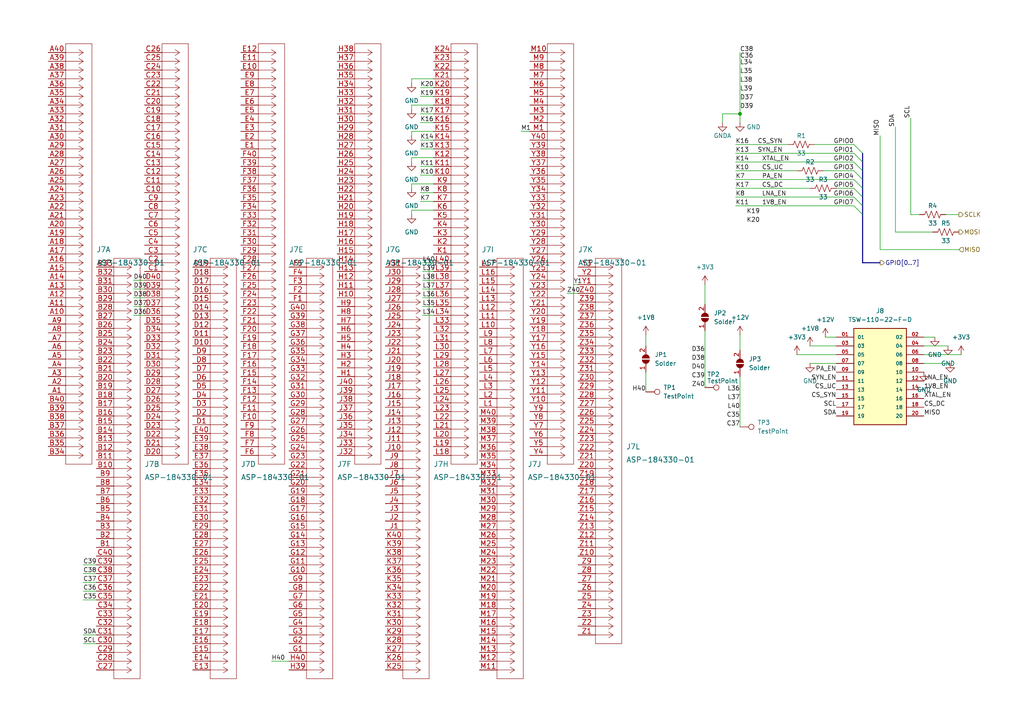
<source format=kicad_sch>
(kicad_sch (version 20211123) (generator eeschema)
  (paper "A4")
  (lib_symbols
    (symbol "2022-11-25_01-49-35:ASP-184330-01" (pin_names (offset 0.254) hide)
      (property "Reference" "J" (at 8.89 6.35 0))
      (property "Value" "ASP-184330-01" (at 10.16 -58.42 0))
      (symbol "ASP-184330-01_1_1"
        (pin unspecified line (at 0 -99.06 0) (length 5.08) (name "A1") (number "A1"))
        (pin unspecified line (at 0 -76.2 0) (length 5.08) (name "A10") (number "A10"))
        (pin unspecified line (at 0 -73.66 0) (length 5.08) (name "A11") (number "A11"))
        (pin unspecified line (at 0 -71.12 0) (length 5.08) (name "A12") (number "A12"))
        (pin unspecified line (at 0 -68.58 0) (length 5.08) (name "A13") (number "A13"))
        (pin unspecified line (at 0 -66.04 0) (length 5.08) (name "A14") (number "A14"))
        (pin unspecified line (at 0 -63.5 0) (length 5.08) (name "A15") (number "A15"))
        (pin unspecified line (at 0 -60.96 0) (length 5.08) (name "A16") (number "A16"))
        (pin unspecified line (at 0 -58.42 0) (length 5.08) (name "A17") (number "A17"))
        (pin unspecified line (at 0 -55.88 0) (length 5.08) (name "A18") (number "A18"))
        (pin unspecified line (at 0 -53.34 0) (length 5.08) (name "A19") (number "A19"))
        (pin unspecified line (at 0 -96.52 0) (length 5.08) (name "A2") (number "A2"))
        (pin unspecified line (at 0 -50.8 0) (length 5.08) (name "A20") (number "A20"))
        (pin unspecified line (at 0 -48.26 0) (length 5.08) (name "A21") (number "A21"))
        (pin unspecified line (at 0 -45.72 0) (length 5.08) (name "A22") (number "A22"))
        (pin unspecified line (at 0 -43.18 0) (length 5.08) (name "A23") (number "A23"))
        (pin unspecified line (at 0 -40.64 0) (length 5.08) (name "A24") (number "A24"))
        (pin unspecified line (at 0 -38.1 0) (length 5.08) (name "A25") (number "A25"))
        (pin unspecified line (at 0 -35.56 0) (length 5.08) (name "A26") (number "A26"))
        (pin unspecified line (at 0 -33.02 0) (length 5.08) (name "A27") (number "A27"))
        (pin unspecified line (at 0 -30.48 0) (length 5.08) (name "A28") (number "A28"))
        (pin unspecified line (at 0 -27.94 0) (length 5.08) (name "A29") (number "A29"))
        (pin unspecified line (at 0 -93.98 0) (length 5.08) (name "A3") (number "A3"))
        (pin unspecified line (at 0 -25.4 0) (length 5.08) (name "A30") (number "A30"))
        (pin unspecified line (at 0 -22.86 0) (length 5.08) (name "A31") (number "A31"))
        (pin unspecified line (at 0 -20.32 0) (length 5.08) (name "A32") (number "A32"))
        (pin unspecified line (at 0 -17.78 0) (length 5.08) (name "A33") (number "A33"))
        (pin unspecified line (at 0 -15.24 0) (length 5.08) (name "A34") (number "A34"))
        (pin unspecified line (at 0 -12.7 0) (length 5.08) (name "A35") (number "A35"))
        (pin unspecified line (at 0 -10.16 0) (length 5.08) (name "A36") (number "A36"))
        (pin unspecified line (at 0 -7.62 0) (length 5.08) (name "A37") (number "A37"))
        (pin unspecified line (at 0 -5.08 0) (length 5.08) (name "A38") (number "A38"))
        (pin unspecified line (at 0 -2.54 0) (length 5.08) (name "A39") (number "A39"))
        (pin unspecified line (at 0 -91.44 0) (length 5.08) (name "A4") (number "A4"))
        (pin unspecified line (at 0 0 0) (length 5.08) (name "A40") (number "A40"))
        (pin unspecified line (at 0 -88.9 0) (length 5.08) (name "A5") (number "A5"))
        (pin unspecified line (at 0 -86.36 0) (length 5.08) (name "A6") (number "A6"))
        (pin unspecified line (at 0 -83.82 0) (length 5.08) (name "A7") (number "A7"))
        (pin unspecified line (at 0 -81.28 0) (length 5.08) (name "A8") (number "A8"))
        (pin unspecified line (at 0 -78.74 0) (length 5.08) (name "A9") (number "A9"))
        (pin unspecified line (at 0 -116.84 0) (length 5.08) (name "B34") (number "B34"))
        (pin unspecified line (at 0 -114.3 0) (length 5.08) (name "B35") (number "B35"))
        (pin unspecified line (at 0 -111.76 0) (length 5.08) (name "B36") (number "B36"))
        (pin unspecified line (at 0 -109.22 0) (length 5.08) (name "B37") (number "B37"))
        (pin unspecified line (at 0 -106.68 0) (length 5.08) (name "B38") (number "B38"))
        (pin unspecified line (at 0 -104.14 0) (length 5.08) (name "B39") (number "B39"))
        (pin unspecified line (at 0 -101.6 0) (length 5.08) (name "B40") (number "B40"))
      )
      (symbol "ASP-184330-01_2_1"
        (pin unspecified line (at 0 -81.28 0) (length 5.08) (name "B1") (number "B1"))
        (pin unspecified line (at 0 -58.42 0) (length 5.08) (name "B10") (number "B10"))
        (pin unspecified line (at 0 -55.88 0) (length 5.08) (name "B11") (number "B11"))
        (pin unspecified line (at 0 -53.34 0) (length 5.08) (name "B12") (number "B12"))
        (pin unspecified line (at 0 -50.8 0) (length 5.08) (name "B13") (number "B13"))
        (pin unspecified line (at 0 -48.26 0) (length 5.08) (name "B14") (number "B14"))
        (pin unspecified line (at 0 -45.72 0) (length 5.08) (name "B15") (number "B15"))
        (pin unspecified line (at 0 -43.18 0) (length 5.08) (name "B16") (number "B16"))
        (pin unspecified line (at 0 -40.64 0) (length 5.08) (name "B17") (number "B17"))
        (pin unspecified line (at 0 -38.1 0) (length 5.08) (name "B18") (number "B18"))
        (pin unspecified line (at 0 -35.56 0) (length 5.08) (name "B19") (number "B19"))
        (pin unspecified line (at 0 -78.74 0) (length 5.08) (name "B2") (number "B2"))
        (pin unspecified line (at 0 -33.02 0) (length 5.08) (name "B20") (number "B20"))
        (pin unspecified line (at 0 -30.48 0) (length 5.08) (name "B21") (number "B21"))
        (pin unspecified line (at 0 -27.94 0) (length 5.08) (name "B22") (number "B22"))
        (pin unspecified line (at 0 -25.4 0) (length 5.08) (name "B23") (number "B23"))
        (pin unspecified line (at 0 -22.86 0) (length 5.08) (name "B24") (number "B24"))
        (pin unspecified line (at 0 -20.32 0) (length 5.08) (name "B25") (number "B25"))
        (pin unspecified line (at 0 -17.78 0) (length 5.08) (name "B26") (number "B26"))
        (pin unspecified line (at 0 -15.24 0) (length 5.08) (name "B27") (number "B27"))
        (pin unspecified line (at 0 -12.7 0) (length 5.08) (name "B28") (number "B28"))
        (pin unspecified line (at 0 -10.16 0) (length 5.08) (name "B29") (number "B29"))
        (pin unspecified line (at 0 -76.2 0) (length 5.08) (name "B3") (number "B3"))
        (pin unspecified line (at 0 -7.62 0) (length 5.08) (name "B30") (number "B30"))
        (pin unspecified line (at 0 -5.08 0) (length 5.08) (name "B31") (number "B31"))
        (pin unspecified line (at 0 -2.54 0) (length 5.08) (name "B32") (number "B32"))
        (pin unspecified line (at 0 0 0) (length 5.08) (name "B33") (number "B33"))
        (pin unspecified line (at 0 -73.66 0) (length 5.08) (name "B4") (number "B4"))
        (pin unspecified line (at 0 -71.12 0) (length 5.08) (name "B5") (number "B5"))
        (pin unspecified line (at 0 -68.58 0) (length 5.08) (name "B6") (number "B6"))
        (pin unspecified line (at 0 -66.04 0) (length 5.08) (name "B7") (number "B7"))
        (pin unspecified line (at 0 -63.5 0) (length 5.08) (name "B8") (number "B8"))
        (pin unspecified line (at 0 -60.96 0) (length 5.08) (name "B9") (number "B9"))
        (pin unspecified line (at 0 -116.84 0) (length 5.08) (name "C27") (number "C27"))
        (pin unspecified line (at 0 -114.3 0) (length 5.08) (name "C28") (number "C28"))
        (pin unspecified line (at 0 -111.76 0) (length 5.08) (name "C29") (number "C29"))
        (pin unspecified line (at 0 -109.22 0) (length 5.08) (name "C30") (number "C30"))
        (pin unspecified line (at 0 -106.68 0) (length 5.08) (name "C31") (number "C31"))
        (pin unspecified line (at 0 -104.14 0) (length 5.08) (name "C32") (number "C32"))
        (pin unspecified line (at 0 -101.6 0) (length 5.08) (name "C33") (number "C33"))
        (pin unspecified line (at 0 -99.06 0) (length 5.08) (name "C34") (number "C34"))
        (pin unspecified line (at 0 -96.52 0) (length 5.08) (name "C35") (number "C35"))
        (pin unspecified line (at 0 -93.98 0) (length 5.08) (name "C36") (number "C36"))
        (pin unspecified line (at 0 -91.44 0) (length 5.08) (name "C37") (number "C37"))
        (pin unspecified line (at 0 -88.9 0) (length 5.08) (name "C38") (number "C38"))
        (pin unspecified line (at 0 -86.36 0) (length 5.08) (name "C39") (number "C39"))
        (pin unspecified line (at 0 -83.82 0) (length 5.08) (name "C40") (number "C40"))
      )
      (symbol "ASP-184330-01_3_1"
        (pin unspecified line (at 0 -63.5 0) (length 5.08) (name "C1") (number "C1"))
        (pin unspecified line (at 0 -40.64 0) (length 5.08) (name "C10") (number "C10"))
        (pin unspecified line (at 0 -38.1 0) (length 5.08) (name "C11") (number "C11"))
        (pin unspecified line (at 0 -35.56 0) (length 5.08) (name "C12") (number "C12"))
        (pin unspecified line (at 0 -33.02 0) (length 5.08) (name "C13") (number "C13"))
        (pin unspecified line (at 0 -30.48 0) (length 5.08) (name "C14") (number "C14"))
        (pin unspecified line (at 0 -27.94 0) (length 5.08) (name "C15") (number "C15"))
        (pin unspecified line (at 0 -25.4 0) (length 5.08) (name "C16") (number "C16"))
        (pin unspecified line (at 0 -22.86 0) (length 5.08) (name "C17") (number "C17"))
        (pin unspecified line (at 0 -20.32 0) (length 5.08) (name "C18") (number "C18"))
        (pin unspecified line (at 0 -17.78 0) (length 5.08) (name "C19") (number "C19"))
        (pin unspecified line (at 0 -60.96 0) (length 5.08) (name "C2") (number "C2"))
        (pin unspecified line (at 0 -15.24 0) (length 5.08) (name "C20") (number "C20"))
        (pin unspecified line (at 0 -12.7 0) (length 5.08) (name "C21") (number "C21"))
        (pin unspecified line (at 0 -10.16 0) (length 5.08) (name "C22") (number "C22"))
        (pin unspecified line (at 0 -7.62 0) (length 5.08) (name "C23") (number "C23"))
        (pin unspecified line (at 0 -5.08 0) (length 5.08) (name "C24") (number "C24"))
        (pin unspecified line (at 0 -2.54 0) (length 5.08) (name "C25") (number "C25"))
        (pin unspecified line (at 0 0 0) (length 5.08) (name "C26") (number "C26"))
        (pin unspecified line (at 0 -58.42 0) (length 5.08) (name "C3") (number "C3"))
        (pin unspecified line (at 0 -55.88 0) (length 5.08) (name "C4") (number "C4"))
        (pin unspecified line (at 0 -53.34 0) (length 5.08) (name "C5") (number "C5"))
        (pin unspecified line (at 0 -50.8 0) (length 5.08) (name "C6") (number "C6"))
        (pin unspecified line (at 0 -48.26 0) (length 5.08) (name "C7") (number "C7"))
        (pin unspecified line (at 0 -45.72 0) (length 5.08) (name "C8") (number "C8"))
        (pin unspecified line (at 0 -43.18 0) (length 5.08) (name "C9") (number "C9"))
        (pin unspecified line (at 0 -116.84 0) (length 5.08) (name "D20") (number "D20"))
        (pin unspecified line (at 0 -114.3 0) (length 5.08) (name "D21") (number "D21"))
        (pin unspecified line (at 0 -111.76 0) (length 5.08) (name "D22") (number "D22"))
        (pin unspecified line (at 0 -109.22 0) (length 5.08) (name "D23") (number "D23"))
        (pin unspecified line (at 0 -106.68 0) (length 5.08) (name "D24") (number "D24"))
        (pin unspecified line (at 0 -104.14 0) (length 5.08) (name "D25") (number "D25"))
        (pin unspecified line (at 0 -101.6 0) (length 5.08) (name "D26") (number "D26"))
        (pin unspecified line (at 0 -99.06 0) (length 5.08) (name "D27") (number "D27"))
        (pin unspecified line (at 0 -96.52 0) (length 5.08) (name "D28") (number "D28"))
        (pin unspecified line (at 0 -93.98 0) (length 5.08) (name "D29") (number "D29"))
        (pin unspecified line (at 0 -91.44 0) (length 5.08) (name "D30") (number "D30"))
        (pin unspecified line (at 0 -88.9 0) (length 5.08) (name "D31") (number "D31"))
        (pin unspecified line (at 0 -86.36 0) (length 5.08) (name "D32") (number "D32"))
        (pin unspecified line (at 0 -83.82 0) (length 5.08) (name "D33") (number "D33"))
        (pin unspecified line (at 0 -81.28 0) (length 5.08) (name "D34") (number "D34"))
        (pin unspecified line (at 0 -78.74 0) (length 5.08) (name "D35") (number "D35"))
        (pin unspecified line (at 0 -76.2 0) (length 5.08) (name "D36") (number "D36"))
        (pin unspecified line (at 0 -73.66 0) (length 5.08) (name "D37") (number "D37"))
        (pin unspecified line (at 0 -71.12 0) (length 5.08) (name "D38") (number "D38"))
        (pin unspecified line (at 0 -68.58 0) (length 5.08) (name "D39") (number "D39"))
        (pin unspecified line (at 0 -66.04 0) (length 5.08) (name "D40") (number "D40"))
      )
      (symbol "ASP-184330-01_4_1"
        (pin unspecified line (at 0 -45.72 0) (length 5.08) (name "D1") (number "D1"))
        (pin unspecified line (at 0 -22.86 0) (length 5.08) (name "D10") (number "D10"))
        (pin unspecified line (at 0 -20.32 0) (length 5.08) (name "D11") (number "D11"))
        (pin unspecified line (at 0 -17.78 0) (length 5.08) (name "D12") (number "D12"))
        (pin unspecified line (at 0 -15.24 0) (length 5.08) (name "D13") (number "D13"))
        (pin unspecified line (at 0 -12.7 0) (length 5.08) (name "D14") (number "D14"))
        (pin unspecified line (at 0 -10.16 0) (length 5.08) (name "D15") (number "D15"))
        (pin unspecified line (at 0 -7.62 0) (length 5.08) (name "D16") (number "D16"))
        (pin unspecified line (at 0 -5.08 0) (length 5.08) (name "D17") (number "D17"))
        (pin unspecified line (at 0 -2.54 0) (length 5.08) (name "D18") (number "D18"))
        (pin unspecified line (at 0 0 0) (length 5.08) (name "D19") (number "D19"))
        (pin unspecified line (at 0 -43.18 0) (length 5.08) (name "D2") (number "D2"))
        (pin unspecified line (at 0 -40.64 0) (length 5.08) (name "D3") (number "D3"))
        (pin unspecified line (at 0 -38.1 0) (length 5.08) (name "D4") (number "D4"))
        (pin unspecified line (at 0 -35.56 0) (length 5.08) (name "D5") (number "D5"))
        (pin unspecified line (at 0 -33.02 0) (length 5.08) (name "D6") (number "D6"))
        (pin unspecified line (at 0 -30.48 0) (length 5.08) (name "D7") (number "D7"))
        (pin unspecified line (at 0 -27.94 0) (length 5.08) (name "D8") (number "D8"))
        (pin unspecified line (at 0 -25.4 0) (length 5.08) (name "D9") (number "D9"))
        (pin unspecified line (at 0 -116.84 0) (length 5.08) (name "E13") (number "E13"))
        (pin unspecified line (at 0 -114.3 0) (length 5.08) (name "E14") (number "E14"))
        (pin unspecified line (at 0 -111.76 0) (length 5.08) (name "E15") (number "E15"))
        (pin unspecified line (at 0 -109.22 0) (length 5.08) (name "E16") (number "E16"))
        (pin unspecified line (at 0 -106.68 0) (length 5.08) (name "E17") (number "E17"))
        (pin unspecified line (at 0 -104.14 0) (length 5.08) (name "E18") (number "E18"))
        (pin unspecified line (at 0 -101.6 0) (length 5.08) (name "E19") (number "E19"))
        (pin unspecified line (at 0 -99.06 0) (length 5.08) (name "E20") (number "E20"))
        (pin unspecified line (at 0 -96.52 0) (length 5.08) (name "E21") (number "E21"))
        (pin unspecified line (at 0 -93.98 0) (length 5.08) (name "E22") (number "E22"))
        (pin unspecified line (at 0 -91.44 0) (length 5.08) (name "E23") (number "E23"))
        (pin unspecified line (at 0 -88.9 0) (length 5.08) (name "E24") (number "E24"))
        (pin unspecified line (at 0 -86.36 0) (length 5.08) (name "E25") (number "E25"))
        (pin unspecified line (at 0 -83.82 0) (length 5.08) (name "E26") (number "E26"))
        (pin unspecified line (at 0 -81.28 0) (length 5.08) (name "E27") (number "E27"))
        (pin unspecified line (at 0 -78.74 0) (length 5.08) (name "E28") (number "E28"))
        (pin unspecified line (at 0 -76.2 0) (length 5.08) (name "E29") (number "E29"))
        (pin unspecified line (at 0 -73.66 0) (length 5.08) (name "E30") (number "E30"))
        (pin unspecified line (at 0 -71.12 0) (length 5.08) (name "E31") (number "E31"))
        (pin unspecified line (at 0 -68.58 0) (length 5.08) (name "E32") (number "E32"))
        (pin unspecified line (at 0 -66.04 0) (length 5.08) (name "E33") (number "E33"))
        (pin unspecified line (at 0 -63.5 0) (length 5.08) (name "E34") (number "E34"))
        (pin unspecified line (at 0 -60.96 0) (length 5.08) (name "E35") (number "E35"))
        (pin unspecified line (at 0 -58.42 0) (length 5.08) (name "E36") (number "E36"))
        (pin unspecified line (at 0 -55.88 0) (length 5.08) (name "E37") (number "E37"))
        (pin unspecified line (at 0 -53.34 0) (length 5.08) (name "E38") (number "E38"))
        (pin unspecified line (at 0 -50.8 0) (length 5.08) (name "E39") (number "E39"))
        (pin unspecified line (at 0 -48.26 0) (length 5.08) (name "E40") (number "E40"))
      )
      (symbol "ASP-184330-01_5_1"
        (pin unspecified line (at 0 -27.94 0) (length 5.08) (name "E1") (number "E1"))
        (pin unspecified line (at 0 -5.08 0) (length 5.08) (name "E10") (number "E10"))
        (pin unspecified line (at 0 -2.54 0) (length 5.08) (name "E11") (number "E11"))
        (pin unspecified line (at 0 0 0) (length 5.08) (name "E12") (number "E12"))
        (pin unspecified line (at 0 -25.4 0) (length 5.08) (name "E2") (number "E2"))
        (pin unspecified line (at 0 -22.86 0) (length 5.08) (name "E3") (number "E3"))
        (pin unspecified line (at 0 -20.32 0) (length 5.08) (name "E4") (number "E4"))
        (pin unspecified line (at 0 -17.78 0) (length 5.08) (name "E5") (number "E5"))
        (pin unspecified line (at 0 -15.24 0) (length 5.08) (name "E6") (number "E6"))
        (pin unspecified line (at 0 -12.7 0) (length 5.08) (name "E7") (number "E7"))
        (pin unspecified line (at 0 -10.16 0) (length 5.08) (name "E8") (number "E8"))
        (pin unspecified line (at 0 -7.62 0) (length 5.08) (name "E9") (number "E9"))
        (pin unspecified line (at 0 -106.68 0) (length 5.08) (name "F10") (number "F10"))
        (pin unspecified line (at 0 -104.14 0) (length 5.08) (name "F11") (number "F11"))
        (pin unspecified line (at 0 -101.6 0) (length 5.08) (name "F12") (number "F12"))
        (pin unspecified line (at 0 -99.06 0) (length 5.08) (name "F13") (number "F13"))
        (pin unspecified line (at 0 -96.52 0) (length 5.08) (name "F14") (number "F14"))
        (pin unspecified line (at 0 -93.98 0) (length 5.08) (name "F15") (number "F15"))
        (pin unspecified line (at 0 -91.44 0) (length 5.08) (name "F16") (number "F16"))
        (pin unspecified line (at 0 -88.9 0) (length 5.08) (name "F17") (number "F17"))
        (pin unspecified line (at 0 -86.36 0) (length 5.08) (name "F18") (number "F18"))
        (pin unspecified line (at 0 -83.82 0) (length 5.08) (name "F19") (number "F19"))
        (pin unspecified line (at 0 -81.28 0) (length 5.08) (name "F20") (number "F20"))
        (pin unspecified line (at 0 -78.74 0) (length 5.08) (name "F21") (number "F21"))
        (pin unspecified line (at 0 -76.2 0) (length 5.08) (name "F22") (number "F22"))
        (pin unspecified line (at 0 -73.66 0) (length 5.08) (name "F23") (number "F23"))
        (pin unspecified line (at 0 -71.12 0) (length 5.08) (name "F24") (number "F24"))
        (pin unspecified line (at 0 -68.58 0) (length 5.08) (name "F25") (number "F25"))
        (pin unspecified line (at 0 -66.04 0) (length 5.08) (name "F26") (number "F26"))
        (pin unspecified line (at 0 -63.5 0) (length 5.08) (name "F27") (number "F27"))
        (pin unspecified line (at 0 -60.96 0) (length 5.08) (name "F28") (number "F28"))
        (pin unspecified line (at 0 -58.42 0) (length 5.08) (name "F29") (number "F29"))
        (pin unspecified line (at 0 -55.88 0) (length 5.08) (name "F30") (number "F30"))
        (pin unspecified line (at 0 -53.34 0) (length 5.08) (name "F31") (number "F31"))
        (pin unspecified line (at 0 -50.8 0) (length 5.08) (name "F32") (number "F32"))
        (pin unspecified line (at 0 -48.26 0) (length 5.08) (name "F33") (number "F33"))
        (pin unspecified line (at 0 -45.72 0) (length 5.08) (name "F34") (number "F34"))
        (pin unspecified line (at 0 -43.18 0) (length 5.08) (name "F35") (number "F35"))
        (pin unspecified line (at 0 -40.64 0) (length 5.08) (name "F36") (number "F36"))
        (pin unspecified line (at 0 -38.1 0) (length 5.08) (name "F37") (number "F37"))
        (pin unspecified line (at 0 -35.56 0) (length 5.08) (name "F38") (number "F38"))
        (pin unspecified line (at 0 -33.02 0) (length 5.08) (name "F39") (number "F39"))
        (pin unspecified line (at 0 -30.48 0) (length 5.08) (name "F40") (number "F40"))
        (pin unspecified line (at 0 -116.84 0) (length 5.08) (name "F6") (number "F6"))
        (pin unspecified line (at 0 -114.3 0) (length 5.08) (name "F7") (number "F7"))
        (pin unspecified line (at 0 -111.76 0) (length 5.08) (name "F8") (number "F8"))
        (pin unspecified line (at 0 -109.22 0) (length 5.08) (name "F9") (number "F9"))
      )
      (symbol "ASP-184330-01_6_1"
        (pin unspecified line (at 0 -10.16 0) (length 5.08) (name "F1") (number "F1"))
        (pin unspecified line (at 0 -7.62 0) (length 5.08) (name "F2") (number "F2"))
        (pin unspecified line (at 0 -5.08 0) (length 5.08) (name "F3") (number "F3"))
        (pin unspecified line (at 0 -2.54 0) (length 5.08) (name "F4") (number "F4"))
        (pin unspecified line (at 0 0 0) (length 5.08) (name "F5") (number "F5"))
        (pin unspecified line (at 0 -111.76 0) (length 5.08) (name "G1") (number "G1"))
        (pin unspecified line (at 0 -88.9 0) (length 5.08) (name "G10") (number "G10"))
        (pin unspecified line (at 0 -86.36 0) (length 5.08) (name "G11") (number "G11"))
        (pin unspecified line (at 0 -83.82 0) (length 5.08) (name "G12") (number "G12"))
        (pin unspecified line (at 0 -81.28 0) (length 5.08) (name "G13") (number "G13"))
        (pin unspecified line (at 0 -78.74 0) (length 5.08) (name "G14") (number "G14"))
        (pin unspecified line (at 0 -76.2 0) (length 5.08) (name "G15") (number "G15"))
        (pin unspecified line (at 0 -73.66 0) (length 5.08) (name "G16") (number "G16"))
        (pin unspecified line (at 0 -71.12 0) (length 5.08) (name "G17") (number "G17"))
        (pin unspecified line (at 0 -68.58 0) (length 5.08) (name "G18") (number "G18"))
        (pin unspecified line (at 0 -66.04 0) (length 5.08) (name "G19") (number "G19"))
        (pin unspecified line (at 0 -109.22 0) (length 5.08) (name "G2") (number "G2"))
        (pin unspecified line (at 0 -63.5 0) (length 5.08) (name "G20") (number "G20"))
        (pin unspecified line (at 0 -60.96 0) (length 5.08) (name "G21") (number "G21"))
        (pin unspecified line (at 0 -58.42 0) (length 5.08) (name "G22") (number "G22"))
        (pin unspecified line (at 0 -55.88 0) (length 5.08) (name "G23") (number "G23"))
        (pin unspecified line (at 0 -53.34 0) (length 5.08) (name "G24") (number "G24"))
        (pin unspecified line (at 0 -50.8 0) (length 5.08) (name "G25") (number "G25"))
        (pin unspecified line (at 0 -48.26 0) (length 5.08) (name "G26") (number "G26"))
        (pin unspecified line (at 0 -45.72 0) (length 5.08) (name "G27") (number "G27"))
        (pin unspecified line (at 0 -43.18 0) (length 5.08) (name "G28") (number "G28"))
        (pin unspecified line (at 0 -40.64 0) (length 5.08) (name "G29") (number "G29"))
        (pin unspecified line (at 0 -106.68 0) (length 5.08) (name "G3") (number "G3"))
        (pin unspecified line (at 0 -38.1 0) (length 5.08) (name "G30") (number "G30"))
        (pin unspecified line (at 0 -35.56 0) (length 5.08) (name "G31") (number "G31"))
        (pin unspecified line (at 0 -33.02 0) (length 5.08) (name "G32") (number "G32"))
        (pin unspecified line (at 0 -30.48 0) (length 5.08) (name "G33") (number "G33"))
        (pin unspecified line (at 0 -27.94 0) (length 5.08) (name "G34") (number "G34"))
        (pin unspecified line (at 0 -25.4 0) (length 5.08) (name "G35") (number "G35"))
        (pin unspecified line (at 0 -22.86 0) (length 5.08) (name "G36") (number "G36"))
        (pin unspecified line (at 0 -20.32 0) (length 5.08) (name "G37") (number "G37"))
        (pin unspecified line (at 0 -17.78 0) (length 5.08) (name "G38") (number "G38"))
        (pin unspecified line (at 0 -15.24 0) (length 5.08) (name "G39") (number "G39"))
        (pin unspecified line (at 0 -104.14 0) (length 5.08) (name "G4") (number "G4"))
        (pin unspecified line (at 0 -12.7 0) (length 5.08) (name "G40") (number "G40"))
        (pin unspecified line (at 0 -101.6 0) (length 5.08) (name "G5") (number "G5"))
        (pin unspecified line (at 0 -99.06 0) (length 5.08) (name "G6") (number "G6"))
        (pin unspecified line (at 0 -96.52 0) (length 5.08) (name "G7") (number "G7"))
        (pin unspecified line (at 0 -93.98 0) (length 5.08) (name "G8") (number "G8"))
        (pin unspecified line (at 0 -91.44 0) (length 5.08) (name "G9") (number "G9"))
        (pin unspecified line (at 0 -116.84 0) (length 5.08) (name "H39") (number "H39"))
        (pin unspecified line (at 0 -114.3 0) (length 5.08) (name "H40") (number "H40"))
      )
      (symbol "ASP-184330-01_7_1"
        (pin unspecified line (at 0 -93.98 0) (length 5.08) (name "H1") (number "H1"))
        (pin unspecified line (at 0 -71.12 0) (length 5.08) (name "H10") (number "H10"))
        (pin unspecified line (at 0 -68.58 0) (length 5.08) (name "H11") (number "H11"))
        (pin unspecified line (at 0 -66.04 0) (length 5.08) (name "H12") (number "H12"))
        (pin unspecified line (at 0 -63.5 0) (length 5.08) (name "H13") (number "H13"))
        (pin unspecified line (at 0 -60.96 0) (length 5.08) (name "H14") (number "H14"))
        (pin unspecified line (at 0 -58.42 0) (length 5.08) (name "H15") (number "H15"))
        (pin unspecified line (at 0 -55.88 0) (length 5.08) (name "H16") (number "H16"))
        (pin unspecified line (at 0 -53.34 0) (length 5.08) (name "H17") (number "H17"))
        (pin unspecified line (at 0 -50.8 0) (length 5.08) (name "H18") (number "H18"))
        (pin unspecified line (at 0 -48.26 0) (length 5.08) (name "H19") (number "H19"))
        (pin unspecified line (at 0 -91.44 0) (length 5.08) (name "H2") (number "H2"))
        (pin unspecified line (at 0 -45.72 0) (length 5.08) (name "H20") (number "H20"))
        (pin unspecified line (at 0 -43.18 0) (length 5.08) (name "H21") (number "H21"))
        (pin unspecified line (at 0 -40.64 0) (length 5.08) (name "H22") (number "H22"))
        (pin unspecified line (at 0 -38.1 0) (length 5.08) (name "H23") (number "H23"))
        (pin unspecified line (at 0 -35.56 0) (length 5.08) (name "H24") (number "H24"))
        (pin unspecified line (at 0 -33.02 0) (length 5.08) (name "H25") (number "H25"))
        (pin unspecified line (at 0 -30.48 0) (length 5.08) (name "H26") (number "H26"))
        (pin unspecified line (at 0 -27.94 0) (length 5.08) (name "H27") (number "H27"))
        (pin unspecified line (at 0 -25.4 0) (length 5.08) (name "H28") (number "H28"))
        (pin unspecified line (at 0 -22.86 0) (length 5.08) (name "H29") (number "H29"))
        (pin unspecified line (at 0 -88.9 0) (length 5.08) (name "H3") (number "H3"))
        (pin unspecified line (at 0 -20.32 0) (length 5.08) (name "H30") (number "H30"))
        (pin unspecified line (at 0 -17.78 0) (length 5.08) (name "H31") (number "H31"))
        (pin unspecified line (at 0 -15.24 0) (length 5.08) (name "H32") (number "H32"))
        (pin unspecified line (at 0 -12.7 0) (length 5.08) (name "H33") (number "H33"))
        (pin unspecified line (at 0 -10.16 0) (length 5.08) (name "H34") (number "H34"))
        (pin unspecified line (at 0 -7.62 0) (length 5.08) (name "H35") (number "H35"))
        (pin unspecified line (at 0 -5.08 0) (length 5.08) (name "H36") (number "H36"))
        (pin unspecified line (at 0 -2.54 0) (length 5.08) (name "H37") (number "H37"))
        (pin unspecified line (at 0 0 0) (length 5.08) (name "H38") (number "H38"))
        (pin unspecified line (at 0 -86.36 0) (length 5.08) (name "H4") (number "H4"))
        (pin unspecified line (at 0 -83.82 0) (length 5.08) (name "H5") (number "H5"))
        (pin unspecified line (at 0 -81.28 0) (length 5.08) (name "H6") (number "H6"))
        (pin unspecified line (at 0 -78.74 0) (length 5.08) (name "H7") (number "H7"))
        (pin unspecified line (at 0 -76.2 0) (length 5.08) (name "H8") (number "H8"))
        (pin unspecified line (at 0 -73.66 0) (length 5.08) (name "H9") (number "H9"))
        (pin unspecified line (at 0 -116.84 0) (length 5.08) (name "J32") (number "J32"))
        (pin unspecified line (at 0 -114.3 0) (length 5.08) (name "J33") (number "J33"))
        (pin unspecified line (at 0 -111.76 0) (length 5.08) (name "J34") (number "J34"))
        (pin unspecified line (at 0 -109.22 0) (length 5.08) (name "J35") (number "J35"))
        (pin unspecified line (at 0 -106.68 0) (length 5.08) (name "J36") (number "J36"))
        (pin unspecified line (at 0 -104.14 0) (length 5.08) (name "J37") (number "J37"))
        (pin unspecified line (at 0 -101.6 0) (length 5.08) (name "J38") (number "J38"))
        (pin unspecified line (at 0 -99.06 0) (length 5.08) (name "J39") (number "J39"))
        (pin unspecified line (at 0 -96.52 0) (length 5.08) (name "J40") (number "J40"))
      )
      (symbol "ASP-184330-01_8_1"
        (pin unspecified line (at 0 -76.2 0) (length 5.08) (name "J1") (number "J1"))
        (pin unspecified line (at 0 -53.34 0) (length 5.08) (name "J10") (number "J10"))
        (pin unspecified line (at 0 -50.8 0) (length 5.08) (name "J11") (number "J11"))
        (pin unspecified line (at 0 -48.26 0) (length 5.08) (name "J12") (number "J12"))
        (pin unspecified line (at 0 -45.72 0) (length 5.08) (name "J13") (number "J13"))
        (pin unspecified line (at 0 -43.18 0) (length 5.08) (name "J14") (number "J14"))
        (pin unspecified line (at 0 -40.64 0) (length 5.08) (name "J15") (number "J15"))
        (pin unspecified line (at 0 -38.1 0) (length 5.08) (name "J16") (number "J16"))
        (pin unspecified line (at 0 -35.56 0) (length 5.08) (name "J17") (number "J17"))
        (pin unspecified line (at 0 -33.02 0) (length 5.08) (name "J18") (number "J18"))
        (pin unspecified line (at 0 -30.48 0) (length 5.08) (name "J19") (number "J19"))
        (pin unspecified line (at 0 -73.66 0) (length 5.08) (name "J2") (number "J2"))
        (pin unspecified line (at 0 -27.94 0) (length 5.08) (name "J20") (number "J20"))
        (pin unspecified line (at 0 -25.4 0) (length 5.08) (name "J21") (number "J21"))
        (pin unspecified line (at 0 -22.86 0) (length 5.08) (name "J22") (number "J22"))
        (pin unspecified line (at 0 -20.32 0) (length 5.08) (name "J23") (number "J23"))
        (pin unspecified line (at 0 -17.78 0) (length 5.08) (name "J24") (number "J24"))
        (pin unspecified line (at 0 -15.24 0) (length 5.08) (name "J25") (number "J25"))
        (pin unspecified line (at 0 -12.7 0) (length 5.08) (name "J26") (number "J26"))
        (pin unspecified line (at 0 -10.16 0) (length 5.08) (name "J27") (number "J27"))
        (pin unspecified line (at 0 -7.62 0) (length 5.08) (name "J28") (number "J28"))
        (pin unspecified line (at 0 -5.08 0) (length 5.08) (name "J29") (number "J29"))
        (pin unspecified line (at 0 -71.12 0) (length 5.08) (name "J3") (number "J3"))
        (pin unspecified line (at 0 -2.54 0) (length 5.08) (name "J30") (number "J30"))
        (pin unspecified line (at 0 0 0) (length 5.08) (name "J31") (number "J31"))
        (pin unspecified line (at 0 -68.58 0) (length 5.08) (name "J4") (number "J4"))
        (pin unspecified line (at 0 -66.04 0) (length 5.08) (name "J5") (number "J5"))
        (pin unspecified line (at 0 -63.5 0) (length 5.08) (name "J6") (number "J6"))
        (pin unspecified line (at 0 -60.96 0) (length 5.08) (name "J7") (number "J7"))
        (pin unspecified line (at 0 -58.42 0) (length 5.08) (name "J8") (number "J8"))
        (pin unspecified line (at 0 -55.88 0) (length 5.08) (name "J9") (number "J9"))
        (pin unspecified line (at 0 -116.84 0) (length 5.08) (name "K25") (number "K25"))
        (pin unspecified line (at 0 -114.3 0) (length 5.08) (name "K26") (number "K26"))
        (pin unspecified line (at 0 -111.76 0) (length 5.08) (name "K27") (number "K27"))
        (pin unspecified line (at 0 -109.22 0) (length 5.08) (name "K28") (number "K28"))
        (pin unspecified line (at 0 -106.68 0) (length 5.08) (name "K29") (number "K29"))
        (pin unspecified line (at 0 -104.14 0) (length 5.08) (name "K30") (number "K30"))
        (pin unspecified line (at 0 -101.6 0) (length 5.08) (name "K31") (number "K31"))
        (pin unspecified line (at 0 -99.06 0) (length 5.08) (name "K32") (number "K32"))
        (pin unspecified line (at 0 -96.52 0) (length 5.08) (name "K33") (number "K33"))
        (pin unspecified line (at 0 -93.98 0) (length 5.08) (name "K34") (number "K34"))
        (pin unspecified line (at 0 -91.44 0) (length 5.08) (name "K35") (number "K35"))
        (pin unspecified line (at 0 -88.9 0) (length 5.08) (name "K36") (number "K36"))
        (pin unspecified line (at 0 -86.36 0) (length 5.08) (name "K37") (number "K37"))
        (pin unspecified line (at 0 -83.82 0) (length 5.08) (name "K38") (number "K38"))
        (pin unspecified line (at 0 -81.28 0) (length 5.08) (name "K39") (number "K39"))
        (pin unspecified line (at 0 -78.74 0) (length 5.08) (name "K40") (number "K40"))
      )
      (symbol "ASP-184330-01_9_1"
        (pin unspecified line (at 0 -58.42 0) (length 5.08) (name "K1") (number "K1"))
        (pin unspecified line (at 0 -35.56 0) (length 5.08) (name "K10") (number "K10"))
        (pin unspecified line (at 0 -33.02 0) (length 5.08) (name "K11") (number "K11"))
        (pin unspecified line (at 0 -30.48 0) (length 5.08) (name "K12") (number "K12"))
        (pin unspecified line (at 0 -27.94 0) (length 5.08) (name "K13") (number "K13"))
        (pin unspecified line (at 0 -25.4 0) (length 5.08) (name "K14") (number "K14"))
        (pin unspecified line (at 0 -22.86 0) (length 5.08) (name "K15") (number "K15"))
        (pin unspecified line (at 0 -20.32 0) (length 5.08) (name "K16") (number "K16"))
        (pin unspecified line (at 0 -17.78 0) (length 5.08) (name "K17") (number "K17"))
        (pin unspecified line (at 0 -15.24 0) (length 5.08) (name "K18") (number "K18"))
        (pin unspecified line (at 0 -12.7 0) (length 5.08) (name "K19") (number "K19"))
        (pin unspecified line (at 0 -55.88 0) (length 5.08) (name "K2") (number "K2"))
        (pin unspecified line (at 0 -10.16 0) (length 5.08) (name "K20") (number "K20"))
        (pin unspecified line (at 0 -7.62 0) (length 5.08) (name "K21") (number "K21"))
        (pin unspecified line (at 0 -5.08 0) (length 5.08) (name "K22") (number "K22"))
        (pin unspecified line (at 0 -2.54 0) (length 5.08) (name "K23") (number "K23"))
        (pin unspecified line (at 0 0 0) (length 5.08) (name "K24") (number "K24"))
        (pin unspecified line (at 0 -53.34 0) (length 5.08) (name "K3") (number "K3"))
        (pin unspecified line (at 0 -50.8 0) (length 5.08) (name "K4") (number "K4"))
        (pin unspecified line (at 0 -48.26 0) (length 5.08) (name "K5") (number "K5"))
        (pin unspecified line (at 0 -45.72 0) (length 5.08) (name "K6") (number "K6"))
        (pin unspecified line (at 0 -43.18 0) (length 5.08) (name "K7") (number "K7"))
        (pin unspecified line (at 0 -40.64 0) (length 5.08) (name "K8") (number "K8"))
        (pin unspecified line (at 0 -38.1 0) (length 5.08) (name "K9") (number "K9"))
        (pin unspecified line (at 0 -116.84 0) (length 5.08) (name "L18") (number "L18"))
        (pin unspecified line (at 0 -114.3 0) (length 5.08) (name "L19") (number "L19"))
        (pin unspecified line (at 0 -111.76 0) (length 5.08) (name "L20") (number "L20"))
        (pin unspecified line (at 0 -109.22 0) (length 5.08) (name "L21") (number "L21"))
        (pin unspecified line (at 0 -106.68 0) (length 5.08) (name "L22") (number "L22"))
        (pin unspecified line (at 0 -104.14 0) (length 5.08) (name "L23") (number "L23"))
        (pin unspecified line (at 0 -101.6 0) (length 5.08) (name "L24") (number "L24"))
        (pin unspecified line (at 0 -99.06 0) (length 5.08) (name "L25") (number "L25"))
        (pin unspecified line (at 0 -96.52 0) (length 5.08) (name "L26") (number "L26"))
        (pin unspecified line (at 0 -93.98 0) (length 5.08) (name "L27") (number "L27"))
        (pin unspecified line (at 0 -91.44 0) (length 5.08) (name "L28") (number "L28"))
        (pin unspecified line (at 0 -88.9 0) (length 5.08) (name "L29") (number "L29"))
        (pin unspecified line (at 0 -86.36 0) (length 5.08) (name "L30") (number "L30"))
        (pin unspecified line (at 0 -83.82 0) (length 5.08) (name "L31") (number "L31"))
        (pin unspecified line (at 0 -81.28 0) (length 5.08) (name "L32") (number "L32"))
        (pin unspecified line (at 0 -78.74 0) (length 5.08) (name "L33") (number "L33"))
        (pin unspecified line (at 0 -76.2 0) (length 5.08) (name "L34") (number "L34"))
        (pin unspecified line (at 0 -73.66 0) (length 5.08) (name "L35") (number "L35"))
        (pin unspecified line (at 0 -71.12 0) (length 5.08) (name "L36") (number "L36"))
        (pin unspecified line (at 0 -68.58 0) (length 5.08) (name "L37") (number "L37"))
        (pin unspecified line (at 0 -66.04 0) (length 5.08) (name "L38") (number "L38"))
        (pin unspecified line (at 0 -63.5 0) (length 5.08) (name "L39") (number "L39"))
        (pin unspecified line (at 0 -60.96 0) (length 5.08) (name "L40") (number "L40"))
      )
      (symbol "ASP-184330-01_10_1"
        (pin unspecified line (at 0 -40.64 0) (length 5.08) (name "L1") (number "L1"))
        (pin unspecified line (at 0 -17.78 0) (length 5.08) (name "L10") (number "L10"))
        (pin unspecified line (at 0 -15.24 0) (length 5.08) (name "L11") (number "L11"))
        (pin unspecified line (at 0 -12.7 0) (length 5.08) (name "L12") (number "L12"))
        (pin unspecified line (at 0 -10.16 0) (length 5.08) (name "L13") (number "L13"))
        (pin unspecified line (at 0 -7.62 0) (length 5.08) (name "L14") (number "L14"))
        (pin unspecified line (at 0 -5.08 0) (length 5.08) (name "L15") (number "L15"))
        (pin unspecified line (at 0 -2.54 0) (length 5.08) (name "L16") (number "L16"))
        (pin unspecified line (at 0 0 0) (length 5.08) (name "L17") (number "L17"))
        (pin unspecified line (at 0 -38.1 0) (length 5.08) (name "L2") (number "L2"))
        (pin unspecified line (at 0 -35.56 0) (length 5.08) (name "L3") (number "L3"))
        (pin unspecified line (at 0 -33.02 0) (length 5.08) (name "L4") (number "L4"))
        (pin unspecified line (at 0 -30.48 0) (length 5.08) (name "L5") (number "L5"))
        (pin unspecified line (at 0 -27.94 0) (length 5.08) (name "L6") (number "L6"))
        (pin unspecified line (at 0 -25.4 0) (length 5.08) (name "L7") (number "L7"))
        (pin unspecified line (at 0 -22.86 0) (length 5.08) (name "L8") (number "L8"))
        (pin unspecified line (at 0 -20.32 0) (length 5.08) (name "L9") (number "L9"))
        (pin unspecified line (at 0 -116.84 0) (length 5.08) (name "M11") (number "M11"))
        (pin unspecified line (at 0 -114.3 0) (length 5.08) (name "M12") (number "M12"))
        (pin unspecified line (at 0 -111.76 0) (length 5.08) (name "M13") (number "M13"))
        (pin unspecified line (at 0 -109.22 0) (length 5.08) (name "M14") (number "M14"))
        (pin unspecified line (at 0 -106.68 0) (length 5.08) (name "M15") (number "M15"))
        (pin unspecified line (at 0 -104.14 0) (length 5.08) (name "M16") (number "M16"))
        (pin unspecified line (at 0 -101.6 0) (length 5.08) (name "M17") (number "M17"))
        (pin unspecified line (at 0 -99.06 0) (length 5.08) (name "M18") (number "M18"))
        (pin unspecified line (at 0 -96.52 0) (length 5.08) (name "M19") (number "M19"))
        (pin unspecified line (at 0 -93.98 0) (length 5.08) (name "M20") (number "M20"))
        (pin unspecified line (at 0 -91.44 0) (length 5.08) (name "M21") (number "M21"))
        (pin unspecified line (at 0 -88.9 0) (length 5.08) (name "M22") (number "M22"))
        (pin unspecified line (at 0 -86.36 0) (length 5.08) (name "M23") (number "M23"))
        (pin unspecified line (at 0 -83.82 0) (length 5.08) (name "M24") (number "M24"))
        (pin unspecified line (at 0 -81.28 0) (length 5.08) (name "M25") (number "M25"))
        (pin unspecified line (at 0 -78.74 0) (length 5.08) (name "M26") (number "M26"))
        (pin unspecified line (at 0 -76.2 0) (length 5.08) (name "M27") (number "M27"))
        (pin unspecified line (at 0 -73.66 0) (length 5.08) (name "M28") (number "M28"))
        (pin unspecified line (at 0 -71.12 0) (length 5.08) (name "M29") (number "M29"))
        (pin unspecified line (at 0 -68.58 0) (length 5.08) (name "M30") (number "M30"))
        (pin unspecified line (at 0 -66.04 0) (length 5.08) (name "M31") (number "M31"))
        (pin unspecified line (at 0 -63.5 0) (length 5.08) (name "M32") (number "M32"))
        (pin unspecified line (at 0 -60.96 0) (length 5.08) (name "M33") (number "M33"))
        (pin unspecified line (at 0 -58.42 0) (length 5.08) (name "M34") (number "M34"))
        (pin unspecified line (at 0 -55.88 0) (length 5.08) (name "M35") (number "M35"))
        (pin unspecified line (at 0 -53.34 0) (length 5.08) (name "M36") (number "M36"))
        (pin unspecified line (at 0 -50.8 0) (length 5.08) (name "M37") (number "M37"))
        (pin unspecified line (at 0 -48.26 0) (length 5.08) (name "M38") (number "M38"))
        (pin unspecified line (at 0 -45.72 0) (length 5.08) (name "M39") (number "M39"))
        (pin unspecified line (at 0 -43.18 0) (length 5.08) (name "M40") (number "M40"))
      )
      (symbol "ASP-184330-01_11_1"
        (pin unspecified line (at 0 -22.86 0) (length 5.08) (name "M1") (number "M1"))
        (pin unspecified line (at 0 0 0) (length 5.08) (name "M10") (number "M10"))
        (pin unspecified line (at 0 -20.32 0) (length 5.08) (name "M2") (number "M2"))
        (pin unspecified line (at 0 -17.78 0) (length 5.08) (name "M3") (number "M3"))
        (pin unspecified line (at 0 -15.24 0) (length 5.08) (name "M4") (number "M4"))
        (pin unspecified line (at 0 -12.7 0) (length 5.08) (name "M5") (number "M5"))
        (pin unspecified line (at 0 -10.16 0) (length 5.08) (name "M6") (number "M6"))
        (pin unspecified line (at 0 -7.62 0) (length 5.08) (name "M7") (number "M7"))
        (pin unspecified line (at 0 -5.08 0) (length 5.08) (name "M8") (number "M8"))
        (pin unspecified line (at 0 -2.54 0) (length 5.08) (name "M9") (number "M9"))
        (pin unspecified line (at 0 -101.6 0) (length 5.08) (name "Y10") (number "Y10"))
        (pin unspecified line (at 0 -99.06 0) (length 5.08) (name "Y11") (number "Y11"))
        (pin unspecified line (at 0 -96.52 0) (length 5.08) (name "Y12") (number "Y12"))
        (pin unspecified line (at 0 -93.98 0) (length 5.08) (name "Y13") (number "Y13"))
        (pin unspecified line (at 0 -91.44 0) (length 5.08) (name "Y14") (number "Y14"))
        (pin unspecified line (at 0 -88.9 0) (length 5.08) (name "Y15") (number "Y15"))
        (pin unspecified line (at 0 -86.36 0) (length 5.08) (name "Y16") (number "Y16"))
        (pin unspecified line (at 0 -83.82 0) (length 5.08) (name "Y17") (number "Y17"))
        (pin unspecified line (at 0 -81.28 0) (length 5.08) (name "Y18") (number "Y18"))
        (pin unspecified line (at 0 -78.74 0) (length 5.08) (name "Y19") (number "Y19"))
        (pin unspecified line (at 0 -76.2 0) (length 5.08) (name "Y20") (number "Y20"))
        (pin unspecified line (at 0 -73.66 0) (length 5.08) (name "Y21") (number "Y21"))
        (pin unspecified line (at 0 -71.12 0) (length 5.08) (name "Y22") (number "Y22"))
        (pin unspecified line (at 0 -68.58 0) (length 5.08) (name "Y23") (number "Y23"))
        (pin unspecified line (at 0 -66.04 0) (length 5.08) (name "Y24") (number "Y24"))
        (pin unspecified line (at 0 -63.5 0) (length 5.08) (name "Y25") (number "Y25"))
        (pin unspecified line (at 0 -60.96 0) (length 5.08) (name "Y26") (number "Y26"))
        (pin unspecified line (at 0 -58.42 0) (length 5.08) (name "Y27") (number "Y27"))
        (pin unspecified line (at 0 -55.88 0) (length 5.08) (name "Y28") (number "Y28"))
        (pin unspecified line (at 0 -53.34 0) (length 5.08) (name "Y29") (number "Y29"))
        (pin unspecified line (at 0 -50.8 0) (length 5.08) (name "Y30") (number "Y30"))
        (pin unspecified line (at 0 -48.26 0) (length 5.08) (name "Y31") (number "Y31"))
        (pin unspecified line (at 0 -45.72 0) (length 5.08) (name "Y32") (number "Y32"))
        (pin unspecified line (at 0 -43.18 0) (length 5.08) (name "Y33") (number "Y33"))
        (pin unspecified line (at 0 -40.64 0) (length 5.08) (name "Y34") (number "Y34"))
        (pin unspecified line (at 0 -38.1 0) (length 5.08) (name "Y35") (number "Y35"))
        (pin unspecified line (at 0 -35.56 0) (length 5.08) (name "Y36") (number "Y36"))
        (pin unspecified line (at 0 -33.02 0) (length 5.08) (name "Y37") (number "Y37"))
        (pin unspecified line (at 0 -30.48 0) (length 5.08) (name "Y38") (number "Y38"))
        (pin unspecified line (at 0 -27.94 0) (length 5.08) (name "Y39") (number "Y39"))
        (pin unspecified line (at 0 -116.84 0) (length 5.08) (name "Y4") (number "Y4"))
        (pin unspecified line (at 0 -25.4 0) (length 5.08) (name "Y40") (number "Y40"))
        (pin unspecified line (at 0 -114.3 0) (length 5.08) (name "Y5") (number "Y5"))
        (pin unspecified line (at 0 -111.76 0) (length 5.08) (name "Y6") (number "Y6"))
        (pin unspecified line (at 0 -109.22 0) (length 5.08) (name "Y7") (number "Y7"))
        (pin unspecified line (at 0 -106.68 0) (length 5.08) (name "Y8") (number "Y8"))
        (pin unspecified line (at 0 -104.14 0) (length 5.08) (name "Y9") (number "Y9"))
      )
      (symbol "ASP-184330-01_12_1"
        (pin unspecified line (at 0 -5.08 0) (length 5.08) (name "Y1") (number "Y1"))
        (pin unspecified line (at 0 -2.54 0) (length 5.08) (name "Y2") (number "Y2"))
        (pin unspecified line (at 0 0 0) (length 5.08) (name "Y3") (number "Y3"))
        (pin unspecified line (at 0 -106.68 0) (length 5.08) (name "Z1") (number "Z1"))
        (pin unspecified line (at 0 -83.82 0) (length 5.08) (name "Z10") (number "Z10"))
        (pin unspecified line (at 0 -81.28 0) (length 5.08) (name "Z11") (number "Z11"))
        (pin unspecified line (at 0 -78.74 0) (length 5.08) (name "Z12") (number "Z12"))
        (pin unspecified line (at 0 -76.2 0) (length 5.08) (name "Z13") (number "Z13"))
        (pin unspecified line (at 0 -73.66 0) (length 5.08) (name "Z14") (number "Z14"))
        (pin unspecified line (at 0 -71.12 0) (length 5.08) (name "Z15") (number "Z15"))
        (pin unspecified line (at 0 -68.58 0) (length 5.08) (name "Z16") (number "Z16"))
        (pin unspecified line (at 0 -66.04 0) (length 5.08) (name "Z17") (number "Z17"))
        (pin unspecified line (at 0 -63.5 0) (length 5.08) (name "Z18") (number "Z18"))
        (pin unspecified line (at 0 -60.96 0) (length 5.08) (name "Z19") (number "Z19"))
        (pin unspecified line (at 0 -104.14 0) (length 5.08) (name "Z2") (number "Z2"))
        (pin unspecified line (at 0 -58.42 0) (length 5.08) (name "Z20") (number "Z20"))
        (pin unspecified line (at 0 -55.88 0) (length 5.08) (name "Z21") (number "Z21"))
        (pin unspecified line (at 0 -53.34 0) (length 5.08) (name "Z22") (number "Z22"))
        (pin unspecified line (at 0 -50.8 0) (length 5.08) (name "Z23") (number "Z23"))
        (pin unspecified line (at 0 -48.26 0) (length 5.08) (name "Z24") (number "Z24"))
        (pin unspecified line (at 0 -45.72 0) (length 5.08) (name "Z25") (number "Z25"))
        (pin unspecified line (at 0 -43.18 0) (length 5.08) (name "Z26") (number "Z26"))
        (pin unspecified line (at 0 -40.64 0) (length 5.08) (name "Z27") (number "Z27"))
        (pin unspecified line (at 0 -38.1 0) (length 5.08) (name "Z28") (number "Z28"))
        (pin unspecified line (at 0 -35.56 0) (length 5.08) (name "Z29") (number "Z29"))
        (pin unspecified line (at 0 -101.6 0) (length 5.08) (name "Z3") (number "Z3"))
        (pin unspecified line (at 0 -33.02 0) (length 5.08) (name "Z30") (number "Z30"))
        (pin unspecified line (at 0 -30.48 0) (length 5.08) (name "Z31") (number "Z31"))
        (pin unspecified line (at 0 -27.94 0) (length 5.08) (name "Z32") (number "Z32"))
        (pin unspecified line (at 0 -25.4 0) (length 5.08) (name "Z33") (number "Z33"))
        (pin unspecified line (at 0 -22.86 0) (length 5.08) (name "Z34") (number "Z34"))
        (pin unspecified line (at 0 -20.32 0) (length 5.08) (name "Z35") (number "Z35"))
        (pin unspecified line (at 0 -17.78 0) (length 5.08) (name "Z36") (number "Z36"))
        (pin unspecified line (at 0 -15.24 0) (length 5.08) (name "Z37") (number "Z37"))
        (pin unspecified line (at 0 -12.7 0) (length 5.08) (name "Z38") (number "Z38"))
        (pin unspecified line (at 0 -10.16 0) (length 5.08) (name "Z39") (number "Z39"))
        (pin unspecified line (at 0 -99.06 0) (length 5.08) (name "Z4") (number "Z4"))
        (pin unspecified line (at 0 -7.62 0) (length 5.08) (name "Z40") (number "Z40"))
        (pin unspecified line (at 0 -96.52 0) (length 5.08) (name "Z5") (number "Z5"))
        (pin unspecified line (at 0 -93.98 0) (length 5.08) (name "Z6") (number "Z6"))
        (pin unspecified line (at 0 -91.44 0) (length 5.08) (name "Z7") (number "Z7"))
        (pin unspecified line (at 0 -88.9 0) (length 5.08) (name "Z8") (number "Z8"))
        (pin unspecified line (at 0 -86.36 0) (length 5.08) (name "Z9") (number "Z9"))
      )
    )
    (symbol "Connector:TestPoint" (pin_numbers hide) (pin_names (offset 0.762) hide)
      (property "Reference" "TP" (at 0 6.858 0))
      (property "Value" "TestPoint" (at 0 5.08 0))
      (symbol "TestPoint_1_1"
        (pin passive line (at 0 0 90) (length 2.54) (name "1") (number "1"))
      )
    )
    (symbol "Device:R_US" (pin_numbers hide) (pin_names (offset 0))
      (property "Reference" "R" (at 2.54 0 90))
      (property "Value" "R_US" (at -2.54 0 90))
      (symbol "R_US_1_1"
        (pin passive line (at 0 3.81 270) (length 1.27) (name "~") (number "1"))
        (pin passive line (at 0 -3.81 90) (length 1.27) (name "~") (number "2"))
      )
    )
    (symbol "Jumper:SolderJumper_2_Open" (pin_names (offset 0) hide)
      (property "Reference" "JP" (at 0 2.032 0))
      (property "Value" "SolderJumper_2_Open" (at 0 -2.54 0))
      (symbol "SolderJumper_2_Open_1_1"
        (pin passive line (at -3.81 0 0) (length 2.54) (name "A") (number "1"))
        (pin passive line (at 3.81 0 180) (length 2.54) (name "B") (number "2"))
      )
    )
    (symbol "TSW-110-22-F-D:TSW-110-22-F-D" (pin_names (offset 1.016))
      (property "Reference" "J" (at -8.12 15.24 0))
      (property "Value" "TSW-110-22-F-D" (at -7.62 -15.24 0))
      (symbol "TSW-110-22-F-D_0_0"
        (pin passive line (at -12.7 12.7 0) (length 5.08) (name "01") (number "01"))
        (pin passive line (at 12.7 12.7 180) (length 5.08) (name "02") (number "02"))
        (pin passive line (at -12.7 10.16 0) (length 5.08) (name "03") (number "03"))
        (pin passive line (at 12.7 10.16 180) (length 5.08) (name "04") (number "04"))
        (pin passive line (at -12.7 7.62 0) (length 5.08) (name "05") (number "05"))
        (pin passive line (at 12.7 7.62 180) (length 5.08) (name "06") (number "06"))
        (pin passive line (at -12.7 5.08 0) (length 5.08) (name "07") (number "07"))
        (pin passive line (at 12.7 5.08 180) (length 5.08) (name "08") (number "08"))
        (pin passive line (at -12.7 2.54 0) (length 5.08) (name "09") (number "09"))
        (pin passive line (at 12.7 2.54 180) (length 5.08) (name "10") (number "10"))
        (pin passive line (at -12.7 0 0) (length 5.08) (name "11") (number "11"))
        (pin passive line (at 12.7 0 180) (length 5.08) (name "12") (number "12"))
        (pin passive line (at -12.7 -2.54 0) (length 5.08) (name "13") (number "13"))
        (pin passive line (at 12.7 -2.54 180) (length 5.08) (name "14") (number "14"))
        (pin passive line (at -12.7 -5.08 0) (length 5.08) (name "15") (number "15"))
        (pin passive line (at 12.7 -5.08 180) (length 5.08) (name "16") (number "16"))
        (pin passive line (at -12.7 -7.62 0) (length 5.08) (name "17") (number "17"))
        (pin passive line (at 12.7 -7.62 180) (length 5.08) (name "18") (number "18"))
        (pin passive line (at -12.7 -10.16 0) (length 5.08) (name "19") (number "19"))
        (pin passive line (at 12.7 -10.16 180) (length 5.08) (name "20") (number "20"))
      )
    )
    (symbol "power:+12V" (power) (pin_names (offset 0))
      (property "Value" "+12V" (at 0 3.556 0))
      (symbol "+12V_1_1"
        (pin power_in line (at 0 0 90) (length 0) hide (name "+12V") (number "1"))
      )
    )
    (symbol "power:+1V8" (power) (pin_names (offset 0))
      (property "Value" "+1V8" (at 0 3.556 0))
      (symbol "+1V8_1_1"
        (pin power_in line (at 0 0 90) (length 0) hide (name "+1V8") (number "1"))
      )
    )
    (symbol "power:+3V3" (power) (pin_names (offset 0))
      (property "Value" "+3V3" (at 0 3.556 0))
      (symbol "+3V3_1_1"
        (pin power_in line (at 0 0 90) (length 0) hide (name "+3V3") (number "1"))
      )
    )
    (symbol "power:GND" (power) (pin_names (offset 0))
      (property "Value" "GND" (at 0 -3.81 0))
      (symbol "GND_1_1"
        (pin power_in line (at 0 0 270) (length 0) hide (name "GND") (number "1"))
      )
    )
    (symbol "power:GNDA" (power) (pin_names (offset 0))
      (property "Value" "GNDA" (at 0 -3.81 0))
      (symbol "GNDA_1_1"
        (pin power_in line (at 0 0 270) (length 0) hide (name "GNDA") (number "1"))
      )
    )
  )
  (junction (at 214.63 33.02))
  (bus_entry (at 247.65 59.69) (size 2.54 2.54))
  (bus_entry (at 250.19 49.53) (size -2.54 -2.54))
  (bus_entry (at 250.19 44.45) (size -2.54 -2.54))
  (bus_entry (at 250.19 46.99) (size -2.54 -2.54))
  (bus_entry (at 247.65 52.07) (size 2.54 2.54))
  (bus_entry (at 247.65 57.15) (size 2.54 2.54))
  (bus_entry (at 247.65 49.53) (size 2.54 2.54))
  (bus_entry (at 247.65 54.61) (size 2.54 2.54))
  (wire (pts (xy 255.27 72.39) (xy 255.27 39.37)))
  (wire (pts (xy 119.38 38.1) (xy 119.38 39.37)))
  (bus (pts (xy 250.19 54.61) (xy 250.19 57.15)))
  (wire (pts (xy 214.63 33.02) (xy 209.55 33.02)))
  (wire (pts (xy 267.97 102.87) (xy 278.765 102.87)))
  (wire (pts (xy 274.32 62.23) (xy 278.13 62.23)))
  (wire (pts (xy 213.36 46.99) (xy 247.65 46.99)))
  (wire (pts (xy 213.36 52.07) (xy 247.65 52.07)))
  (wire (pts (xy 122.555 78.74) (xy 125.73 78.74)))
  (wire (pts (xy 267.97 97.79) (xy 271.145 97.79)))
  (wire (pts (xy 234.95 100.33) (xy 242.57 100.33)))
  (wire (pts (xy 24.13 184.15) (xy 27.94 184.15)))
  (wire (pts (xy 125.73 45.72) (xy 119.38 45.72)))
  (wire (pts (xy 209.55 33.02) (xy 209.55 35.56)))
  (wire (pts (xy 122.555 86.36) (xy 125.73 86.36)))
  (wire (pts (xy 24.13 168.91) (xy 27.94 168.91)))
  (wire (pts (xy 214.63 97.155) (xy 214.63 101.6)))
  (wire (pts (xy 121.92 58.42) (xy 125.73 58.42)))
  (wire (pts (xy 164.465 85.09) (xy 167.64 85.09)))
  (wire (pts (xy 122.555 91.44) (xy 125.73 91.44)))
  (wire (pts (xy 204.47 82.55) (xy 204.47 88.265)))
  (wire (pts (xy 259.715 36.83) (xy 259.715 67.31)))
  (wire (pts (xy 121.92 40.64) (xy 125.73 40.64)))
  (wire (pts (xy 204.47 95.885) (xy 204.47 112.395)))
  (wire (pts (xy 24.13 163.83) (xy 27.94 163.83)))
  (wire (pts (xy 121.92 25.4) (xy 125.73 25.4)))
  (wire (pts (xy 119.38 45.72) (xy 119.38 46.99)))
  (wire (pts (xy 38.735 91.44) (xy 41.91 91.44)))
  (wire (pts (xy 121.92 55.88) (xy 125.73 55.88)))
  (wire (pts (xy 187.325 107.95) (xy 187.325 113.665)))
  (bus (pts (xy 250.19 59.69) (xy 250.19 62.23)))
  (wire (pts (xy 119.38 53.34) (xy 119.38 54.61)))
  (wire (pts (xy 38.735 83.82) (xy 41.91 83.82)))
  (wire (pts (xy 234.95 105.41) (xy 242.57 105.41)))
  (wire (pts (xy 121.92 48.26) (xy 125.73 48.26)))
  (wire (pts (xy 119.38 22.86) (xy 119.38 24.13)))
  (wire (pts (xy 238.76 49.53) (xy 247.65 49.53)))
  (wire (pts (xy 213.36 54.61) (xy 234.95 54.61)))
  (wire (pts (xy 122.555 81.28) (xy 125.73 81.28)))
  (bus (pts (xy 250.19 62.23) (xy 250.19 76.2)))
  (wire (pts (xy 119.38 60.96) (xy 125.73 60.96)))
  (wire (pts (xy 125.73 30.48) (xy 119.38 30.48)))
  (wire (pts (xy 122.555 83.82) (xy 125.73 83.82)))
  (wire (pts (xy 119.38 60.96) (xy 119.38 62.23)))
  (wire (pts (xy 125.73 22.86) (xy 119.38 22.86)))
  (wire (pts (xy 121.92 27.94) (xy 125.73 27.94)))
  (wire (pts (xy 231.14 102.87) (xy 242.57 102.87)))
  (wire (pts (xy 242.57 54.61) (xy 247.65 54.61)))
  (bus (pts (xy 250.19 49.53) (xy 250.19 52.07)))
  (wire (pts (xy 119.38 30.48) (xy 119.38 31.75)))
  (wire (pts (xy 121.92 43.18) (xy 125.73 43.18)))
  (wire (pts (xy 187.325 97.155) (xy 187.325 100.33)))
  (bus (pts (xy 250.19 44.45) (xy 250.19 46.99)))
  (wire (pts (xy 121.92 33.02) (xy 125.73 33.02)))
  (wire (pts (xy 213.36 57.15) (xy 247.65 57.15)))
  (bus (pts (xy 250.19 57.15) (xy 250.19 59.69)))
  (wire (pts (xy 121.92 35.56) (xy 125.73 35.56)))
  (wire (pts (xy 214.63 15.24) (xy 214.63 33.02)))
  (wire (pts (xy 122.555 88.9) (xy 125.73 88.9)))
  (wire (pts (xy 125.73 53.34) (xy 119.38 53.34)))
  (bus (pts (xy 250.19 52.07) (xy 250.19 54.61)))
  (wire (pts (xy 122.555 76.2) (xy 125.73 76.2)))
  (wire (pts (xy 213.36 49.53) (xy 231.14 49.53)))
  (wire (pts (xy 213.36 44.45) (xy 247.65 44.45)))
  (wire (pts (xy 214.63 33.02) (xy 214.63 35.56)))
  (wire (pts (xy 214.63 109.22) (xy 214.63 123.825)))
  (wire (pts (xy 38.735 88.9) (xy 41.91 88.9)))
  (wire (pts (xy 24.13 186.69) (xy 27.94 186.69)))
  (wire (pts (xy 267.97 105.41) (xy 275.59 105.41)))
  (wire (pts (xy 259.715 67.31) (xy 270.51 67.31)))
  (wire (pts (xy 151.13 38.1) (xy 153.67 38.1)))
  (wire (pts (xy 24.13 171.45) (xy 27.94 171.45)))
  (wire (pts (xy 125.73 38.1) (xy 119.38 38.1)))
  (bus (pts (xy 255.27 76.2) (xy 250.19 76.2)))
  (wire (pts (xy 255.27 72.39) (xy 278.13 72.39)))
  (wire (pts (xy 239.395 97.79) (xy 242.57 97.79)))
  (wire (pts (xy 166.37 82.55) (xy 167.64 82.55)))
  (bus (pts (xy 250.19 46.99) (xy 250.19 49.53)))
  (wire (pts (xy 247.65 41.91) (xy 236.22 41.91)))
  (wire (pts (xy 267.97 100.33) (xy 274.955 100.33)))
  (wire (pts (xy 24.13 173.99) (xy 27.94 173.99)))
  (wire (pts (xy 213.36 59.69) (xy 247.65 59.69)))
  (wire (pts (xy 78.74 191.77) (xy 83.82 191.77)))
  (wire (pts (xy 264.16 34.29) (xy 264.16 62.23)))
  (wire (pts (xy 121.92 50.8) (xy 125.73 50.8)))
  (wire (pts (xy 213.36 41.91) (xy 228.6 41.91)))
  (wire (pts (xy 24.13 166.37) (xy 27.94 166.37)))
  (wire (pts (xy 264.16 62.23) (xy 266.7 62.23)))
  (wire (pts (xy 38.735 81.28) (xy 41.91 81.28)))
  (wire (pts (xy 38.735 86.36) (xy 41.91 86.36)))
  (label "D40" (at 204.47 107.315 180))
  (label "M1" (at 151.13 38.1 0))
  (label "SDA" (at 259.715 36.83 90))
  (label "D39" (at 38.735 83.82 0))
  (label "GPIO6" (at 247.65 57.15 180))
  (label "D37" (at 214.63 29.21 0))
  (label "L37" (at 214.63 116.205 180))
  (label "D39" (at 214.63 31.75 0))
  (label "K16" (at 213.36 41.91 0))
  (label "GPIO2" (at 247.65 46.99 180))
  (label "D38" (at 204.47 104.775 180))
  (label "GPIO1" (at 247.65 44.45 180))
  (label "K8" (at 213.36 57.15 0))
  (label "SCL" (at 264.16 34.29 90))
  (label "XTAL_EN" (at 220.98 46.99 0))
  (label "L39" (at 122.555 78.74 0))
  (label "GPIO3" (at 247.65 49.53 180))
  (label "CS_UC" (at 220.98 49.53 0))
  (label "K13" (at 121.92 43.18 0))
  (label "C39" (at 24.13 163.83 0))
  (label "Y1" (at 166.37 82.55 0))
  (label "L34" (at 122.555 91.44 0))
  (label "K10" (at 213.36 49.53 0))
  (label "D36" (at 204.47 102.235 180))
  (label "C38" (at 24.13 166.37 0))
  (label "SCL" (at 24.13 186.69 0))
  (label "D38" (at 38.735 86.36 0))
  (label "GPIO5" (at 247.65 54.61 180))
  (label "MISO" (at 255.27 39.37 90))
  (label "CS_DC" (at 267.97 118.11 0))
  (label "L40" (at 214.63 118.745 180))
  (label "GPIO4" (at 247.65 52.07 180))
  (label "K17" (at 121.92 33.02 0))
  (label "L38" (at 214.63 24.13 0))
  (label "C39" (at 204.47 109.855 180))
  (label "L39" (at 214.63 26.67 0))
  (label "K20" (at 216.535 64.77 0))
  (label "L38" (at 122.555 81.28 0))
  (label "K10" (at 121.92 50.8 0))
  (label "K8" (at 121.92 55.88 0))
  (label "C35" (at 214.63 121.285 180))
  (label "C37" (at 24.13 168.91 0))
  (label "SYN_EN" (at 242.57 110.49 180))
  (label "L36" (at 122.555 86.36 0))
  (label "K7" (at 121.92 58.42 0))
  (label "K17" (at 213.36 54.61 0))
  (label "H40" (at 78.74 191.77 0))
  (label "K11" (at 121.92 48.26 0))
  (label "K13" (at 213.36 44.45 0))
  (label "LNA_EN" (at 220.98 57.15 0))
  (label "K19" (at 121.92 27.94 0))
  (label "1V8_EN" (at 267.97 113.03 0))
  (label "K14" (at 121.92 40.64 0))
  (label "Z40" (at 164.465 85.09 0))
  (label "D36" (at 38.735 91.44 0))
  (label "H40" (at 187.325 113.665 180))
  (label "Z40" (at 204.47 112.395 180))
  (label "K11" (at 213.36 59.69 0))
  (label "L37" (at 122.555 83.82 0))
  (label "SYN_EN" (at 219.71 44.45 0))
  (label "K16" (at 121.92 35.56 0))
  (label "K20" (at 121.92 25.4 0))
  (label "MISO" (at 267.97 120.65 0))
  (label "L35" (at 214.63 21.59 0))
  (label "L40" (at 122.555 76.2 0))
  (label "PA_EN" (at 242.57 107.95 180))
  (label "CS_SYN" (at 219.71 41.91 0))
  (label "C38" (at 214.63 15.24 0))
  (label "K19" (at 216.535 62.23 0))
  (label "SDA" (at 24.13 184.15 0))
  (label "GPIO0" (at 247.65 41.91 180))
  (label "PA_EN" (at 220.98 52.07 0))
  (label "GPIO7" (at 247.65 59.69 180))
  (label "SDA" (at 242.57 120.65 180))
  (label "K7" (at 213.36 52.07 0))
  (label "D37" (at 38.735 88.9 0))
  (label "XTAL_EN" (at 267.97 115.57 0))
  (label "LNA_EN" (at 267.97 110.49 0))
  (label "1V8_EN" (at 220.98 59.69 0))
  (label "CS_DC" (at 220.98 54.61 0))
  (label "C35" (at 24.13 173.99 0))
  (label "L35" (at 122.555 88.9 0))
  (label "D40" (at 38.735 81.28 0))
  (label "L34" (at 214.63 19.05 0))
  (label "C37" (at 214.63 123.825 180))
  (label "C36" (at 24.13 171.45 0))
  (label "L36" (at 214.63 113.665 180))
  (label "CS_SYN" (at 242.57 115.57 180))
  (label "CS_UC" (at 242.57 113.03 180))
  (label "C36" (at 214.63 17.145 0))
  (label "SCL" (at 242.57 118.11 180))
  (label "K14" (at 213.36 46.99 0))
  (hierarchical_label "GPIO[0..7]" (shape output) (at 255.27 76.2 0))
  (hierarchical_label "MOSI" (shape output) (at 278.13 67.31 0))
  (hierarchical_label "MISO" (shape input) (at 278.13 72.39 0))
  (hierarchical_label "SCLK" (shape output) (at 278.13 62.23 0))
  (symbol (lib_id "power:GND") (at 267.97 107.95 0) (unit 1)
    (property "Reference" "#PWR026" (effects hide))
    (property "Value" "GND" (at 267.97 113.03 0))
  )
  (symbol (lib_id "power:GND") (at 271.145 97.79 0) (unit 1)
    (property "Reference" "#PWR027" (effects hide))
    (property "Value" "GND" (at 271.145 102.87 0))
  )
  (symbol (lib_id "power:+3V3") (at 278.765 102.87 0) (unit 1)
    (property "Reference" "#PWR030" (effects hide))
    (property "Value" "+3V3" (at 278.765 97.79 0))
  )
  (symbol (lib_id "2022-11-25_01-49-35:ASP-184330-01") (at 139.065 77.47 0) (unit 10)
    (property "Reference" "J7" (at 153.035 134.62 0) (effects (font (size 1.524 1.524)) (justify left)))
    (property "Value" "ASP-184330-01" (at 153.035 138.43 0) (effects (font (size 1.524 1.524)) (justify left)))
    (property "Footprint" "2022-11-25_01-49-35:ASP-184330-01" (effects hide))
  )
  (symbol (lib_id "Jumper:SolderJumper_2_Open") (at 187.325 104.14 90) (unit 1)
    (property "Reference" "JP1" (at 189.865 102.8699 90) (effects (justify right)))
    (property "Value" "Solder" (at 189.865 105.4099 90) (effects (justify right)))
    (property "Footprint" "Jumper:SolderJumper-2_P1.3mm_Open_RoundedPad1.0x1.5mm" (effects hide))
  )
  (symbol (lib_id "power:GND") (at 274.955 100.33 0) (unit 1)
    (property "Reference" "#PWR028" (effects hide))
    (property "Value" "GND" (at 274.955 105.41 0))
  )
  (symbol (lib_id "2022-11-25_01-49-35:ASP-184330-01") (at 111.76 77.47 0) (unit 8)
    (property "Reference" "J7" (at 125.73 134.62 0) (effects (font (size 1.524 1.524)) (justify left)))
    (property "Value" "ASP-184330-01" (at 125.73 138.43 0) (effects (font (size 1.524 1.524)) (justify left)))
    (property "Footprint" "2022-11-25_01-49-35:ASP-184330-01" (effects hide))
  )
  (symbol (lib_id "2022-11-25_01-49-35:ASP-184330-01") (at 55.88 77.47 0) (unit 4)
    (property "Reference" "J7" (at 69.85 134.62 0) (effects (font (size 1.524 1.524)) (justify left)))
    (property "Value" "ASP-184330-01" (at 69.85 138.43 0) (effects (font (size 1.524 1.524)) (justify left)))
    (property "Footprint" "2022-11-25_01-49-35:ASP-184330-01" (effects hide))
  )
  (symbol (lib_id "Device:R_US") (at 270.51 62.23 90) (unit 1)
    (property "Reference" "R4" (at 270.51 59.69 90))
    (property "Value" "33" (at 270.51 64.77 90))
    (property "Footprint" "Resistor_SMD:R_0402_1005Metric" (effects hide))
  )
  (symbol (lib_id "2022-11-25_01-49-35:ASP-184330-01") (at 69.85 15.24 0) (unit 5)
    (property "Reference" "J7" (at 83.82 72.39 0) (effects (font (size 1.524 1.524)) (justify left)))
    (property "Value" "ASP-184330-01" (at 83.82 76.2 0) (effects (font (size 1.524 1.524)) (justify left)))
    (property "Footprint" "2022-11-25_01-49-35:ASP-184330-01" (effects hide))
  )
  (symbol (lib_id "Device:R_US") (at 238.76 54.61 90) (unit 1)
    (property "Reference" "R3" (at 238.76 52.07 90))
    (property "Value" "33" (at 238.76 57.15 90))
    (property "Footprint" "Resistor_SMD:R_0402_1005Metric" (effects hide))
  )
  (symbol (lib_id "power:GND") (at 119.38 31.75 0) (unit 1)
    (property "Reference" "#PWR012" (effects hide))
    (property "Value" "GND" (at 119.38 36.83 0))
  )
  (symbol (lib_id "power:+1V8") (at 234.95 100.33 0) (unit 1)
    (property "Reference" "#PWR023" (effects hide))
    (property "Value" "+1V8" (at 234.95 95.25 0))
  )
  (symbol (lib_id "power:GND") (at 275.59 105.41 0) (unit 1)
    (property "Reference" "#PWR029" (effects hide))
    (property "Value" "GND" (at 275.59 110.49 0))
  )
  (symbol (lib_id "power:+12V") (at 214.63 97.155 0) (unit 1)
    (property "Reference" "#PWR021" (effects hide))
    (property "Value" "+12V" (at 214.63 92.075 0))
  )
  (symbol (lib_id "power:GNDA") (at 209.55 35.56 0) (unit 1)
    (property "Reference" "#PWR019" (effects hide))
    (property "Value" "GNDA" (at 209.55 39.37 0))
  )
  (symbol (lib_id "Jumper:SolderJumper_2_Open") (at 204.47 92.075 90) (unit 1)
    (property "Reference" "JP2" (at 207.01 90.8049 90) (effects (justify right)))
    (property "Value" "Solder" (at 207.01 93.3449 90) (effects (justify right)))
    (property "Footprint" "Jumper:SolderJumper-2_P1.3mm_Open_RoundedPad1.0x1.5mm" (effects hide))
  )
  (symbol (lib_id "2022-11-25_01-49-35:ASP-184330-01") (at 167.64 77.47 0) (unit 12)
    (property "Reference" "J7" (at 181.61 129.54 0) (effects (font (size 1.524 1.524)) (justify left)))
    (property "Value" "ASP-184330-01" (at 181.61 133.35 0) (effects (font (size 1.524 1.524)) (justify left)))
    (property "Footprint" "2022-11-25_01-49-35:ASP-184330-01" (effects hide))
  )
  (symbol (lib_id "Device:R_US") (at 234.95 49.53 90) (unit 1)
    (property "Reference" "R2" (at 234.95 46.99 90))
    (property "Value" "33" (at 234.95 52.07 90))
    (property "Footprint" "Resistor_SMD:R_0402_1005Metric" (effects hide))
  )
  (symbol (lib_id "power:GND") (at 119.38 62.23 0) (unit 1)
    (property "Reference" "#PWR016" (effects hide))
    (property "Value" "GND" (at 119.38 67.31 0))
  )
  (symbol (lib_id "Connector:TestPoint") (at 187.325 113.665 270) (unit 1)
    (property "Reference" "TP1" (at 192.405 112.3949 90) (effects (justify left)))
    (property "Value" "TestPoint" (at 192.405 114.9349 90) (effects (justify left)))
    (property "Footprint" "TestPoint:TestPoint_Loop_D2.50mm_Drill1.0mm" (effects hide))
  )
  (symbol (lib_id "2022-11-25_01-49-35:ASP-184330-01") (at 83.82 77.47 0) (unit 6)
    (property "Reference" "J7" (at 97.79 134.62 0) (effects (font (size 1.524 1.524)) (justify left)))
    (property "Value" "ASP-184330-01" (at 97.79 138.43 0) (effects (font (size 1.524 1.524)) (justify left)))
    (property "Footprint" "2022-11-25_01-49-35:ASP-184330-01" (effects hide))
  )
  (symbol (lib_id "2022-11-25_01-49-35:ASP-184330-01") (at 41.91 15.24 0) (unit 3)
    (property "Reference" "J7" (at 55.88 72.39 0) (effects (font (size 1.524 1.524)) (justify left)))
    (property "Value" "ASP-184330-01" (at 55.88 76.2 0) (effects (font (size 1.524 1.524)) (justify left)))
    (property "Footprint" "2022-11-25_01-49-35:ASP-184330-01" (effects hide))
  )
  (symbol (lib_id "power:GND") (at 214.63 35.56 0) (mirror y) (unit 1)
    (property "Reference" "#PWR020" (effects hide))
    (property "Value" "GND" (at 216.535 36.8299 0) (effects (justify right)))
  )
  (symbol (lib_id "power:+1V8") (at 187.325 97.155 0) (unit 1)
    (property "Reference" "#PWR017" (effects hide))
    (property "Value" "+1V8" (at 187.325 92.075 0))
  )
  (symbol (lib_id "power:GND") (at 119.38 24.13 0) (unit 1)
    (property "Reference" "#PWR011" (effects hide))
    (property "Value" "GND" (at 119.38 29.21 0))
  )
  (symbol (lib_id "2022-11-25_01-49-35:ASP-184330-01") (at 13.97 15.24 0) (unit 1)
    (property "Reference" "J7" (at 27.94 72.39 0) (effects (font (size 1.524 1.524)) (justify left)))
    (property "Value" "ASP-184330-01" (at 27.94 76.2 0) (effects (font (size 1.524 1.524)) (justify left)))
    (property "Footprint" "2022-11-25_01-49-35:ASP-184330-01" (effects hide))
  )
  (symbol (lib_id "TSW-110-22-F-D:TSW-110-22-F-D") (at 255.27 110.49 0) (unit 1)
    (property "Reference" "J8" (at 255.27 90.17 0))
    (property "Value" "TSW-110-22-F-D" (at 255.27 92.71 0))
    (property "Footprint" "TSW-110-22-F-D:SAMTEC_TSW-110-22-F-D" (effects hide))
    (property "PARTREV" "R" (effects hide))
    (property "MANUFACTURER" "Samtec" (effects hide))
    (property "STANDARD" "Manufacturer Recommendations" (effects hide))
  )
  (symbol (lib_id "Connector:TestPoint") (at 214.63 123.825 270) (unit 1)
    (property "Reference" "TP3" (at 219.71 122.5549 90) (effects (justify left)))
    (property "Value" "TestPoint" (at 219.71 125.0949 90) (effects (justify left)))
    (property "Footprint" "TestPoint:TestPoint_Loop_D2.50mm_Drill1.0mm" (effects hide))
  )
  (symbol (lib_id "power:GND") (at 119.38 46.99 0) (unit 1)
    (property "Reference" "#PWR014" (effects hide))
    (property "Value" "GND" (at 119.38 52.07 0))
  )
  (symbol (lib_id "2022-11-25_01-49-35:ASP-184330-01") (at 27.94 77.47 0) (unit 2)
    (property "Reference" "J7" (at 41.91 134.62 0) (effects (font (size 1.524 1.524)) (justify left)))
    (property "Value" "ASP-184330-01" (at 41.91 138.43 0) (effects (font (size 1.524 1.524)) (justify left)))
    (property "Footprint" "2022-11-25_01-49-35:ASP-184330-01" (effects hide))
  )
  (symbol (lib_id "power:GND") (at 234.95 105.41 0) (unit 1)
    (property "Reference" "#PWR024" (effects hide))
    (property "Value" "GND" (at 234.95 110.49 0))
  )
  (symbol (lib_id "power:+12V") (at 239.395 97.79 0) (unit 1)
    (property "Reference" "#PWR025" (effects hide))
    (property "Value" "+12V" (at 239.395 92.71 0))
  )
  (symbol (lib_id "power:GND") (at 119.38 39.37 0) (unit 1)
    (property "Reference" "#PWR013" (effects hide))
    (property "Value" "GND" (at 119.38 44.45 0))
  )
  (symbol (lib_id "power:+3V3") (at 204.47 82.55 0) (unit 1)
    (property "Reference" "#PWR018" (effects hide))
    (property "Value" "+3V3" (at 204.47 77.47 0))
  )
  (symbol (lib_id "2022-11-25_01-49-35:ASP-184330-01") (at 97.79 15.24 0) (unit 7)
    (property "Reference" "J7" (at 111.76 72.39 0) (effects (font (size 1.524 1.524)) (justify left)))
    (property "Value" "ASP-184330-01" (at 111.76 76.2 0) (effects (font (size 1.524 1.524)) (justify left)))
    (property "Footprint" "2022-11-25_01-49-35:ASP-184330-01" (effects hide))
  )
  (symbol (lib_id "2022-11-25_01-49-35:ASP-184330-01") (at 153.67 15.24 0) (unit 11)
    (property "Reference" "J7" (at 167.64 72.39 0) (effects (font (size 1.524 1.524)) (justify left)))
    (property "Value" "ASP-184330-01" (at 167.64 76.2 0) (effects (font (size 1.524 1.524)) (justify left)))
    (property "Footprint" "2022-11-25_01-49-35:ASP-184330-01" (effects hide))
  )
  (symbol (lib_id "Device:R_US") (at 232.41 41.91 90) (unit 1)
    (property "Reference" "R1" (at 232.41 39.37 90))
    (property "Value" "33" (at 232.41 44.45 90))
    (property "Footprint" "Resistor_SMD:R_0402_1005Metric" (effects hide))
  )
  (symbol (lib_id "2022-11-25_01-49-35:ASP-184330-01") (at 125.73 15.24 0) (unit 9)
    (property "Reference" "J7" (at 139.7 72.39 0) (effects (font (size 1.524 1.524)) (justify left)))
    (property "Value" "ASP-184330-01" (at 139.7 76.2 0) (effects (font (size 1.524 1.524)) (justify left)))
    (property "Footprint" "2022-11-25_01-49-35:ASP-184330-01" (effects hide))
  )
  (symbol (lib_id "Jumper:SolderJumper_2_Open") (at 214.63 105.41 90) (unit 1)
    (property "Reference" "JP3" (at 217.17 104.1399 90) (effects (justify right)))
    (property "Value" "Solder" (at 217.17 106.6799 90) (effects (justify right)))
    (property "Footprint" "Jumper:SolderJumper-2_P1.3mm_Open_RoundedPad1.0x1.5mm" (effects hide))
  )
  (symbol (lib_id "power:GND") (at 119.38 54.61 0) (unit 1)
    (property "Reference" "#PWR015" (effects hide))
    (property "Value" "GND" (at 119.38 59.69 0))
  )
  (symbol (lib_id "power:+3V3") (at 231.14 102.87 0) (unit 1)
    (property "Reference" "#PWR022" (effects hide))
    (property "Value" "+3V3" (at 231.14 97.79 0))
  )
  (symbol (lib_id "Connector:TestPoint") (at 204.47 112.395 270) (unit 1)
    (property "Reference" "TP2" (at 205.105 108.585 90) (effects (justify left)))
    (property "Value" "TestPoint" (at 205.105 110.49 90) (effects (justify left)))
    (property "Footprint" "TestPoint:TestPoint_Loop_D2.50mm_Drill1.0mm" (effects hide))
  )
  (symbol (lib_id "Device:R_US") (at 274.32 67.31 90) (unit 1)
    (property "Reference" "R5" (at 274.32 64.77 90))
    (property "Value" "33" (at 274.32 69.85 90))
    (property "Footprint" "Resistor_SMD:R_0402_1005Metric" (effects hide))
  )
)
</source>
